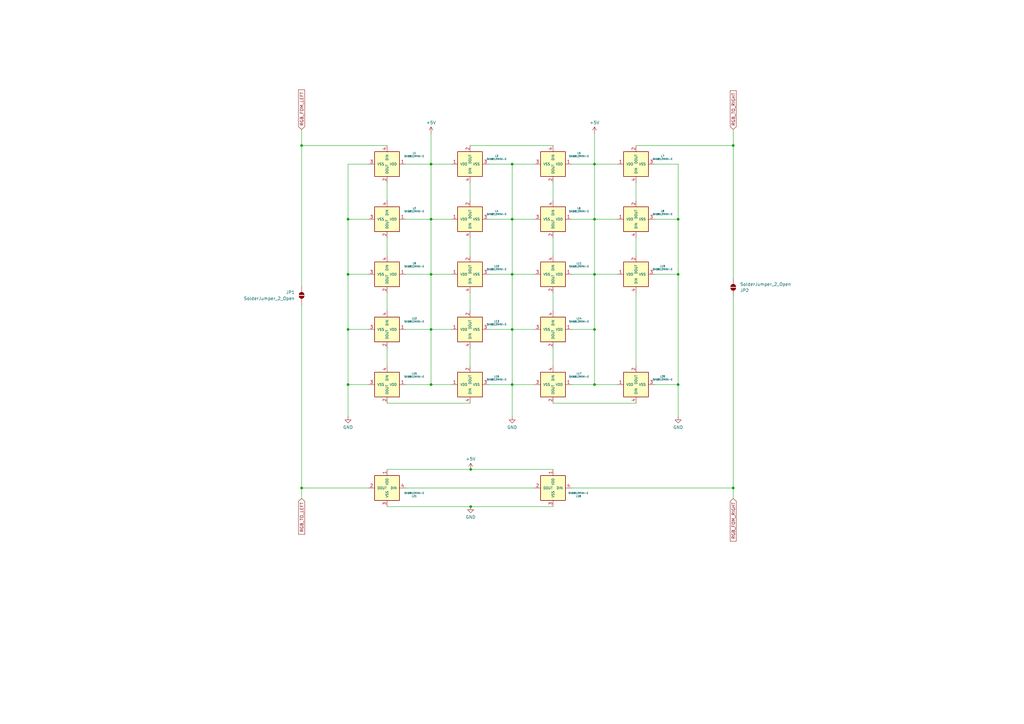
<source format=kicad_sch>
(kicad_sch (version 20250114) (generator "eeschema") (generator_version "9.0")
  (paper "A3")
  (lib_symbols
    (symbol "Jumper:SolderJumper_2_Open" (pin_numbers (hide yes)) (pin_names (offset 0) (hide yes)) (in_bom no)
      (property "Reference" "JP" (at 0 2.032 0))
      (property "Value" "SolderJumper_2_Open" (at 0 -2.54 0))
      (symbol "SolderJumper_2_Open_0_1"
        (polyline (pts (xy -0.254 1.016) (xy -0.254 -1.016)))
        (arc (start -0.254 -1.016) (mid -1.2656 0) (end -0.254 1.016))
        (arc (start -0.254 -1.016) (mid -1.2656 0) (end -0.254 1.016) (fill (type outline)))
        (arc (start 0.254 1.016) (mid 1.2656 0) (end 0.254 -1.016))
        (arc (start 0.254 1.016) (mid 1.2656 0) (end 0.254 -1.016) (fill (type outline)))
        (polyline (pts (xy 0.254 1.016) (xy 0.254 -1.016)))
      )
      (symbol "SolderJumper_2_Open_1_1"
        (pin passive line (at -3.81 0 0) (length 2.54) (name "A") (number "1"))
        (pin passive line (at 3.81 0 180) (length 2.54) (name "B") (number "2"))
      )
    )
    (symbol "TB2086_LED:SK6812MINI-E" (pin_names (offset 1.016))
      (property "Reference" "L" (at 2.54 -7.62 0))
      (property "Value" "SK6812MINI-E" (at 6.35 -6.35 0))
      (symbol "SK6812MINI-E_0_1"
        (rectangle (start -5.08 5.08) (end 5.08 -5.08) (stroke (width 0.254)) (fill (type background)))
      )
      (symbol "SK6812MINI-E_1_1"
        (pin input line (at -7.62 0 0) (length 2.54) (name "DIN") (number "4"))
        (pin power_in line (at 0 7.62 270) (length 2.54) (name "VDD") (number "1"))
        (pin power_in line (at 0 -7.62 90) (length 2.54) (name "VSS") (number "3"))
        (pin output line (at 7.62 0 180) (length 2.54) (name "DOUT") (number "2"))
      )
    )
    (symbol "power:+5V" (power) (pin_numbers (hide yes)) (pin_names (offset 0) (hide yes))
      (property "Value" "+5V" (at 0 3.556 0))
      (symbol "+5V_0_1"
        (polyline (pts (xy -0.762 1.27) (xy 0 2.54)))
        (polyline (pts (xy 0 2.54) (xy 0.762 1.27)))
        (polyline (pts (xy 0 0) (xy 0 2.54)))
      )
      (symbol "+5V_1_1"
        (pin power_in line (at 0 0 90) (length 0) (name "~") (number "1"))
      )
    )
    (symbol "power:GND" (power) (pin_numbers (hide yes)) (pin_names (offset 0) (hide yes))
      (property "Value" "GND" (at 0 -3.81 0))
      (symbol "GND_0_1"
        (polyline (pts (xy 0 0) (xy 0 -1.27) (xy 1.27 -1.27) (xy 0 -2.54) (xy -1.27 -1.27) (xy 0 -1.27)))
      )
      (symbol "GND_1_1"
        (pin power_in line (at 0 0 270) (length 0) (name "~") (number "1"))
      )
    )
  )
  (junction (at 210.058 67.31))
  (junction (at 142.748 135.128))
  (junction (at 142.748 157.734))
  (junction (at 142.748 112.522))
  (junction (at 142.748 89.916))
  (junction (at 210.058 89.916))
  (junction (at 300.736 59.69))
  (junction (at 176.784 135.128))
  (junction (at 176.784 112.522))
  (junction (at 243.84 67.31))
  (junction (at 278.13 112.522))
  (junction (at 176.784 157.734))
  (junction (at 210.058 135.128))
  (junction (at 123.698 59.69))
  (junction (at 176.784 67.31))
  (junction (at 210.058 157.734))
  (junction (at 243.84 89.916))
  (junction (at 193.04 192.532))
  (junction (at 300.736 200.152))
  (junction (at 243.84 135.128))
  (junction (at 278.13 157.734))
  (junction (at 243.84 157.734))
  (junction (at 123.698 200.152))
  (junction (at 243.84 112.522))
  (junction (at 193.04 207.772))
  (junction (at 278.13 89.916))
  (junction (at 210.058 112.522))
  (junction (at 176.784 89.916))
  (wire (pts (xy 176.784 67.31) (xy 185.166 67.31)))
  (wire (pts (xy 226.822 97.536) (xy 226.822 104.902)))
  (wire (pts (xy 243.84 54.61) (xy 243.84 67.31)))
  (wire (pts (xy 193.04 192.532) (xy 226.822 192.532)))
  (wire (pts (xy 243.84 135.128) (xy 243.84 157.734)))
  (wire (pts (xy 234.442 89.916) (xy 243.84 89.916)))
  (wire (pts (xy 176.784 135.128) (xy 185.166 135.128)))
  (wire (pts (xy 243.84 112.522) (xy 243.84 135.128)))
  (wire (pts (xy 268.478 67.31) (xy 278.13 67.31)))
  (wire (pts (xy 166.37 112.522) (xy 176.784 112.522)))
  (wire (pts (xy 200.406 67.31) (xy 210.058 67.31)))
  (wire (pts (xy 234.442 157.734) (xy 243.84 157.734)))
  (wire (pts (xy 260.858 97.536) (xy 260.858 104.902)))
  (wire (pts (xy 192.786 97.536) (xy 192.786 104.902)))
  (wire (pts (xy 142.748 170.942) (xy 142.748 157.734)))
  (wire (pts (xy 210.058 89.916) (xy 219.202 89.916)))
  (wire (pts (xy 260.858 74.93) (xy 260.858 82.296)))
  (wire (pts (xy 158.75 192.532) (xy 193.04 192.532)))
  (wire (pts (xy 123.698 59.69) (xy 123.698 117.348)))
  (wire (pts (xy 142.748 135.128) (xy 151.13 135.128)))
  (wire (pts (xy 210.058 89.916) (xy 210.058 112.522)))
  (wire (pts (xy 142.748 157.734) (xy 151.13 157.734)))
  (wire (pts (xy 260.858 59.69) (xy 300.736 59.69)))
  (wire (pts (xy 200.406 112.522) (xy 210.058 112.522)))
  (wire (pts (xy 158.75 165.354) (xy 192.786 165.354)))
  (wire (pts (xy 300.736 53.086) (xy 300.736 59.69)))
  (wire (pts (xy 192.786 120.142) (xy 192.786 127.508)))
  (wire (pts (xy 234.442 67.31) (xy 243.84 67.31)))
  (wire (pts (xy 243.84 112.522) (xy 253.238 112.522)))
  (wire (pts (xy 166.37 157.734) (xy 176.784 157.734)))
  (wire (pts (xy 260.858 120.142) (xy 260.858 150.114)))
  (wire (pts (xy 123.698 200.152) (xy 123.698 204.47)))
  (wire (pts (xy 192.786 74.93) (xy 192.786 82.296)))
  (wire (pts (xy 123.698 59.69) (xy 158.75 59.69)))
  (wire (pts (xy 192.786 142.748) (xy 192.786 150.114)))
  (wire (pts (xy 176.784 157.734) (xy 185.166 157.734)))
  (wire (pts (xy 278.13 112.522) (xy 278.13 157.734)))
  (wire (pts (xy 200.406 89.916) (xy 210.058 89.916)))
  (wire (pts (xy 158.75 74.93) (xy 158.75 82.296)))
  (wire (pts (xy 142.748 135.128) (xy 142.748 157.734)))
  (wire (pts (xy 123.698 53.086) (xy 123.698 59.69)))
  (wire (pts (xy 158.75 120.142) (xy 158.75 127.508)))
  (wire (pts (xy 243.84 89.916) (xy 253.238 89.916)))
  (wire (pts (xy 142.748 67.31) (xy 151.13 67.31)))
  (wire (pts (xy 166.37 135.128) (xy 176.784 135.128)))
  (wire (pts (xy 300.736 59.69) (xy 300.736 114.046)))
  (wire (pts (xy 176.784 135.128) (xy 176.784 157.734)))
  (wire (pts (xy 193.04 207.772) (xy 226.822 207.772)))
  (wire (pts (xy 176.784 54.61) (xy 176.784 67.31)))
  (wire (pts (xy 243.84 67.31) (xy 243.84 89.916)))
  (wire (pts (xy 234.442 200.152) (xy 300.736 200.152)))
  (wire (pts (xy 210.058 135.128) (xy 219.202 135.128)))
  (wire (pts (xy 176.784 89.916) (xy 185.166 89.916)))
  (wire (pts (xy 210.058 157.734) (xy 219.202 157.734)))
  (wire (pts (xy 123.698 124.968) (xy 123.698 200.152)))
  (wire (pts (xy 142.748 112.522) (xy 142.748 135.128)))
  (wire (pts (xy 226.822 74.93) (xy 226.822 82.296)))
  (wire (pts (xy 142.748 112.522) (xy 151.13 112.522)))
  (wire (pts (xy 210.058 135.128) (xy 210.058 157.734)))
  (wire (pts (xy 268.478 157.734) (xy 278.13 157.734)))
  (wire (pts (xy 158.75 97.536) (xy 158.75 104.902)))
  (wire (pts (xy 176.784 112.522) (xy 185.166 112.522)))
  (wire (pts (xy 192.786 59.69) (xy 226.822 59.69)))
  (wire (pts (xy 210.058 112.522) (xy 219.202 112.522)))
  (wire (pts (xy 243.84 89.916) (xy 243.84 112.522)))
  (wire (pts (xy 142.748 89.916) (xy 151.13 89.916)))
  (wire (pts (xy 278.13 67.31) (xy 278.13 89.916)))
  (wire (pts (xy 210.058 67.31) (xy 219.202 67.31)))
  (wire (pts (xy 166.37 89.916) (xy 176.784 89.916)))
  (wire (pts (xy 166.37 67.31) (xy 176.784 67.31)))
  (wire (pts (xy 158.75 142.748) (xy 158.75 150.114)))
  (wire (pts (xy 243.84 157.734) (xy 253.238 157.734)))
  (wire (pts (xy 226.822 120.142) (xy 226.822 127.508)))
  (wire (pts (xy 268.478 112.522) (xy 278.13 112.522)))
  (wire (pts (xy 142.748 89.916) (xy 142.748 112.522)))
  (wire (pts (xy 268.478 89.916) (xy 278.13 89.916)))
  (wire (pts (xy 210.058 67.31) (xy 210.058 89.916)))
  (wire (pts (xy 243.84 67.31) (xy 253.238 67.31)))
  (wire (pts (xy 234.442 135.128) (xy 243.84 135.128)))
  (wire (pts (xy 200.406 135.128) (xy 210.058 135.128)))
  (wire (pts (xy 278.13 89.916) (xy 278.13 112.522)))
  (wire (pts (xy 226.822 142.748) (xy 226.822 150.114)))
  (wire (pts (xy 226.822 165.354) (xy 260.858 165.354)))
  (wire (pts (xy 176.784 112.522) (xy 176.784 135.128)))
  (wire (pts (xy 176.784 67.31) (xy 176.784 89.916)))
  (wire (pts (xy 210.058 112.522) (xy 210.058 135.128)))
  (wire (pts (xy 142.748 67.31) (xy 142.748 89.916)))
  (wire (pts (xy 300.736 200.152) (xy 300.736 204.47)))
  (wire (pts (xy 210.058 170.942) (xy 210.058 157.734)))
  (wire (pts (xy 200.406 157.734) (xy 210.058 157.734)))
  (wire (pts (xy 166.37 200.152) (xy 219.202 200.152)))
  (wire (pts (xy 176.784 89.916) (xy 176.784 112.522)))
  (wire (pts (xy 123.698 200.152) (xy 151.13 200.152)))
  (wire (pts (xy 278.13 170.942) (xy 278.13 157.734)))
  (wire (pts (xy 300.736 121.666) (xy 300.736 200.152)))
  (wire (pts (xy 158.75 207.772) (xy 193.04 207.772)))
  (wire (pts (xy 234.442 112.522) (xy 243.84 112.522)))
  (global_label "RGB_TO_RIGHT" (shape input) (at 300.736 53.086 90) (property "Intersheetrefs" "${INTERSHEET_REFS}" (effects (hide yes))))
  (global_label "RGB_FOM_RIGHT" (shape input) (at 300.736 204.47 270) (property "Intersheetrefs" "${INTERSHEET_REFS}" (effects (hide yes))))
  (global_label "RGB_FOM_LEFT" (shape input) (at 123.698 53.086 90) (property "Intersheetrefs" "${INTERSHEET_REFS}" (effects (hide yes))))
  (global_label "RGB_TO_LEFT" (shape input) (at 123.698 204.47 270) (property "Intersheetrefs" "${INTERSHEET_REFS}" (effects (hide yes))))
  (symbol (lib_id "Jumper:SolderJumper_2_Open") (at 123.698 121.158 270) (mirror x) (unit 1) (in_bom no)
    (property "Reference" "JP1" (at 120.904 119.8879 90) (effects (justify right)))
    (property "Value" "SolderJumper_2_Open" (at 120.904 122.4279 90) (effects (justify right)))
    (property "Footprint" "TB2086_MISC:SolderJumper-2_P1.3mm_Open_TrianglePad1.0x1.5mm" (effects (hide yes)))
    (property "Description" "Solder Jumper, 2-pole, open" (effects (hide yes)))
  )
  (symbol (lib_id "TB2086_LED:SK6812MINI-E") (at 226.822 200.152 0) (mirror y) (unit 1)
    (property "Reference" "L18" (at 237.236 203.5001 0) (effects (font (size 0.7366 0.7366))))
    (property "Value" "SK6812MINI-E" (at 237.236 202.2301 0) (effects (font (size 0.7366 0.7366))))
    (property "Footprint" "TB2086_LED_G:LED_SK6812MINI-E" (effects (hide yes)))
    (property "Description" "Diode" (effects (hide yes)))
    (property "Sim.Device" "D" (effects (hide yes)))
    (property "Sim.Pins" "1=K 2=A" (effects (hide yes)))
    (property "LCSC" "C7420318" (effects (hide yes)))
  )
  (symbol (lib_id "TB2086_LED:SK6812MINI-E") (at 192.786 157.734 90) (unit 1)
    (property "Reference" "L16" (at 203.708 154.3859 90) (effects (font (size 0.7366 0.7366))))
    (property "Value" "SK6812MINI-E" (at 203.708 155.6559 90) (effects (font (size 0.7366 0.7366))))
    (property "Footprint" "TB2086_LED_G:LED_SK6812MINI-E" (effects (hide yes)))
    (property "Description" "Diode" (effects (hide yes)))
    (property "Sim.Device" "D" (effects (hide yes)))
    (property "Sim.Pins" "1=K 2=A" (effects (hide yes)))
    (property "LCSC" "C7420318" (effects (hide yes)))
  )
  (symbol (lib_id "TB2086_LED:SK6812MINI-E") (at 260.858 67.31 90) (unit 1)
    (property "Reference" "L7" (at 271.78 63.9619 90) (effects (font (size 0.7366 0.7366))))
    (property "Value" "SK6812MINI-E" (at 271.78 65.2319 90) (effects (font (size 0.7366 0.7366))))
    (property "Footprint" "TB2086_LED_G:LED_SK6812MINI-E" (effects (hide yes)))
    (property "Description" "Diode" (effects (hide yes)))
    (property "Sim.Device" "D" (effects (hide yes)))
    (property "Sim.Pins" "1=K 2=A" (effects (hide yes)))
    (property "LCSC" "C7420318" (effects (hide yes)))
  )
  (symbol (lib_id "TB2086_LED:SK6812MINI-E") (at 158.75 200.152 0) (mirror y) (unit 1)
    (property "Reference" "L21" (at 169.926 203.5001 0) (effects (font (size 0.7366 0.7366))))
    (property "Value" "SK6812MINI-E" (at 169.926 202.2301 0) (effects (font (size 0.7366 0.7366))))
    (property "Footprint" "TB2086_LED_G:LED_SK6812MINI-E" (effects (hide yes)))
    (property "Description" "Diode" (effects (hide yes)))
    (property "Sim.Device" "D" (effects (hide yes)))
    (property "Sim.Pins" "1=K 2=A" (effects (hide yes)))
    (property "LCSC" "C7420318" (effects (hide yes)))
  )
  (symbol (lib_id "power:GND") (at 193.04 207.772 0) (unit 1)
    (property "Reference" "#PWR07" (effects (hide yes)))
    (property "Value" "GND" (at 193.04 212.09 0))
    (property "Description" "Power symbol creates a global label with name \"GND\" , ground" (effects (hide yes)))
  )
  (symbol (lib_id "TB2086_LED:SK6812MINI-E") (at 260.858 112.522 90) (unit 1)
    (property "Reference" "L19" (at 271.78 109.1739 90) (effects (font (size 0.7366 0.7366))))
    (property "Value" "SK6812MINI-E" (at 271.78 110.4439 90) (effects (font (size 0.7366 0.7366))))
    (property "Footprint" "TB2086_LED_G:LED_SK6812MINI-E" (effects (hide yes)))
    (property "Description" "Diode" (effects (hide yes)))
    (property "Sim.Device" "D" (effects (hide yes)))
    (property "Sim.Pins" "1=K 2=A" (effects (hide yes)))
    (property "LCSC" "C7420318" (effects (hide yes)))
  )
  (symbol (lib_id "power:GND") (at 210.058 170.942 0) (unit 1)
    (property "Reference" "#PWR04" (effects (hide yes)))
    (property "Value" "GND" (at 210.058 175.26 0))
    (property "Description" "Power symbol creates a global label with name \"GND\" , ground" (effects (hide yes)))
  )
  (symbol (lib_id "TB2086_LED:SK6812MINI-E") (at 226.822 157.734 270) (unit 1)
    (property "Reference" "L17" (at 237.49 153.2189 90) (effects (font (size 0.7366 0.7366))))
    (property "Value" "SK6812MINI-E" (at 237.49 154.4889 90) (effects (font (size 0.7366 0.7366))))
    (property "Footprint" "TB2086_LED_G:LED_SK6812MINI-E" (effects (hide yes)))
    (property "Description" "Diode" (effects (hide yes)))
    (property "Sim.Device" "D" (effects (hide yes)))
    (property "Sim.Pins" "1=K 2=A" (effects (hide yes)))
    (property "LCSC" "C7420318" (effects (hide yes)))
  )
  (symbol (lib_id "TB2086_LED:SK6812MINI-E") (at 192.786 135.128 90) (unit 1)
    (property "Reference" "L13" (at 203.708 131.7799 90) (effects (font (size 0.7366 0.7366))))
    (property "Value" "SK6812MINI-E" (at 203.708 133.0499 90) (effects (font (size 0.7366 0.7366))))
    (property "Footprint" "TB2086_LED_G:LED_SK6812MINI-E" (effects (hide yes)))
    (property "Description" "Diode" (effects (hide yes)))
    (property "Sim.Device" "D" (effects (hide yes)))
    (property "Sim.Pins" "1=K 2=A" (effects (hide yes)))
    (property "LCSC" "C7420318" (effects (hide yes)))
  )
  (symbol (lib_id "power:GND") (at 278.13 170.942 0) (unit 1)
    (property "Reference" "#PWR06" (effects (hide yes)))
    (property "Value" "GND" (at 278.13 175.26 0))
    (property "Description" "Power symbol creates a global label with name \"GND\" , ground" (effects (hide yes)))
  )
  (symbol (lib_id "TB2086_LED:SK6812MINI-E") (at 158.75 67.31 270) (unit 1)
    (property "Reference" "L1" (at 169.926 62.7949 90) (effects (font (size 0.7366 0.7366))))
    (property "Value" "SK6812MINI-E" (at 169.926 64.0649 90) (effects (font (size 0.7366 0.7366))))
    (property "Footprint" "TB2086_LED_G:LED_SK6812MINI-E" (effects (hide yes)))
    (property "Description" "Diode" (effects (hide yes)))
    (property "Sim.Device" "D" (effects (hide yes)))
    (property "Sim.Pins" "1=K 2=A" (effects (hide yes)))
    (property "LCSC" "C7420318" (effects (hide yes)))
  )
  (symbol (lib_id "TB2086_LED:SK6812MINI-E") (at 192.786 112.522 90) (unit 1)
    (property "Reference" "L10" (at 203.708 109.1739 90) (effects (font (size 0.7366 0.7366))))
    (property "Value" "SK6812MINI-E" (at 203.708 110.4439 90) (effects (font (size 0.7366 0.7366))))
    (property "Footprint" "TB2086_LED_G:LED_SK6812MINI-E" (effects (hide yes)))
    (property "Description" "Diode" (effects (hide yes)))
    (property "Sim.Device" "D" (effects (hide yes)))
    (property "Sim.Pins" "1=K 2=A" (effects (hide yes)))
    (property "LCSC" "C7420318" (effects (hide yes)))
  )
  (symbol (lib_id "TB2086_LED:SK6812MINI-E") (at 226.822 89.916 270) (unit 1)
    (property "Reference" "L6" (at 237.49 85.4009 90) (effects (font (size 0.7366 0.7366))))
    (property "Value" "SK6812MINI-E" (at 237.49 86.6709 90) (effects (font (size 0.7366 0.7366))))
    (property "Footprint" "TB2086_LED_G:LED_SK6812MINI-E" (effects (hide yes)))
    (property "Description" "Diode" (effects (hide yes)))
    (property "Sim.Device" "D" (effects (hide yes)))
    (property "Sim.Pins" "1=K 2=A" (effects (hide yes)))
    (property "LCSC" "C7420318" (effects (hide yes)))
  )
  (symbol (lib_id "TB2086_LED:SK6812MINI-E") (at 158.75 89.916 270) (unit 1)
    (property "Reference" "L2" (at 169.926 85.4009 90) (effects (font (size 0.7366 0.7366))))
    (property "Value" "SK6812MINI-E" (at 169.926 86.6709 90) (effects (font (size 0.7366 0.7366))))
    (property "Footprint" "TB2086_LED_G:LED_SK6812MINI-E" (effects (hide yes)))
    (property "Description" "Diode" (effects (hide yes)))
    (property "Sim.Device" "D" (effects (hide yes)))
    (property "Sim.Pins" "1=K 2=A" (effects (hide yes)))
    (property "LCSC" "C7420318" (effects (hide yes)))
  )
  (symbol (lib_id "TB2086_LED:SK6812MINI-E") (at 192.786 67.31 90) (unit 1)
    (property "Reference" "L3" (at 203.708 63.9619 90) (effects (font (size 0.7366 0.7366))))
    (property "Value" "SK6812MINI-E" (at 203.708 65.2319 90) (effects (font (size 0.7366 0.7366))))
    (property "Footprint" "TB2086_LED_G:LED_SK6812MINI-E" (effects (hide yes)))
    (property "Description" "Diode" (effects (hide yes)))
    (property "Sim.Device" "D" (effects (hide yes)))
    (property "Sim.Pins" "1=K 2=A" (effects (hide yes)))
    (property "LCSC" "C7420318" (effects (hide yes)))
  )
  (symbol (lib_id "power:+5V") (at 243.84 54.61 0) (unit 1)
    (property "Reference" "#PWR05" (effects (hide yes)))
    (property "Value" "+5V" (at 243.84 50.292 0))
    (property "Description" "Power symbol creates a global label with name \"+5V\"" (effects (hide yes)))
  )
  (symbol (lib_id "power:+5V") (at 193.04 192.532 0) (unit 1)
    (property "Reference" "#PWR08" (effects (hide yes)))
    (property "Value" "+5V" (at 193.04 188.214 0))
    (property "Description" "Power symbol creates a global label with name \"+5V\"" (effects (hide yes)))
  )
  (symbol (lib_id "TB2086_LED:SK6812MINI-E") (at 260.858 89.916 90) (unit 1)
    (property "Reference" "L8" (at 271.78 86.5679 90) (effects (font (size 0.7366 0.7366))))
    (property "Value" "SK6812MINI-E" (at 271.78 87.8379 90) (effects (font (size 0.7366 0.7366))))
    (property "Footprint" "TB2086_LED_G:LED_SK6812MINI-E" (effects (hide yes)))
    (property "Description" "Diode" (effects (hide yes)))
    (property "Sim.Device" "D" (effects (hide yes)))
    (property "Sim.Pins" "1=K 2=A" (effects (hide yes)))
    (property "LCSC" "C7420318" (effects (hide yes)))
  )
  (symbol (lib_id "TB2086_LED:SK6812MINI-E") (at 226.822 67.31 270) (unit 1)
    (property "Reference" "L5" (at 237.49 62.7949 90) (effects (font (size 0.7366 0.7366))))
    (property "Value" "SK6812MINI-E" (at 237.49 64.0649 90) (effects (font (size 0.7366 0.7366))))
    (property "Footprint" "TB2086_LED_G:LED_SK6812MINI-E" (effects (hide yes)))
    (property "Description" "Diode" (effects (hide yes)))
    (property "Sim.Device" "D" (effects (hide yes)))
    (property "Sim.Pins" "1=K 2=A" (effects (hide yes)))
    (property "LCSC" "C7420318" (effects (hide yes)))
  )
  (symbol (lib_id "Jumper:SolderJumper_2_Open") (at 300.736 117.856 90) (mirror x) (unit 1) (in_bom no)
    (property "Reference" "JP2" (at 303.53 119.1261 90) (effects (justify right)))
    (property "Value" "SolderJumper_2_Open" (at 303.53 116.5861 90) (effects (justify right)))
    (property "Footprint" "TB2086_MISC:SolderJumper-2_P1.3mm_Open_TrianglePad1.0x1.5mm" (effects (hide yes)))
    (property "Description" "Solder Jumper, 2-pole, open" (effects (hide yes)))
  )
  (symbol (lib_id "TB2086_LED:SK6812MINI-E") (at 226.822 135.128 270) (unit 1)
    (property "Reference" "L14" (at 237.49 130.6129 90) (effects (font (size 0.7366 0.7366))))
    (property "Value" "SK6812MINI-E" (at 237.49 131.8829 90) (effects (font (size 0.7366 0.7366))))
    (property "Footprint" "TB2086_LED_G:LED_SK6812MINI-E" (effects (hide yes)))
    (property "Description" "Diode" (effects (hide yes)))
    (property "Sim.Device" "D" (effects (hide yes)))
    (property "Sim.Pins" "1=K 2=A" (effects (hide yes)))
    (property "LCSC" "C7420318" (effects (hide yes)))
  )
  (symbol (lib_id "TB2086_LED:SK6812MINI-E") (at 158.75 135.128 270) (unit 1)
    (property "Reference" "L12" (at 169.926 130.6129 90) (effects (font (size 0.7366 0.7366))))
    (property "Value" "SK6812MINI-E" (at 169.926 131.8829 90) (effects (font (size 0.7366 0.7366))))
    (property "Footprint" "TB2086_LED_G:LED_SK6812MINI-E" (effects (hide yes)))
    (property "Description" "Diode" (effects (hide yes)))
    (property "Sim.Device" "D" (effects (hide yes)))
    (property "Sim.Pins" "1=K 2=A" (effects (hide yes)))
    (property "LCSC" "C7420318" (effects (hide yes)))
  )
  (symbol (lib_id "TB2086_LED:SK6812MINI-E") (at 260.858 157.734 90) (unit 1)
    (property "Reference" "L20" (at 271.78 154.3859 90) (effects (font (size 0.7366 0.7366))))
    (property "Value" "SK6812MINI-E" (at 271.78 155.6559 90) (effects (font (size 0.7366 0.7366))))
    (property "Footprint" "TB2086_LED_G:LED_SK6812MINI-E" (effects (hide yes)))
    (property "Description" "Diode" (effects (hide yes)))
    (property "Sim.Device" "D" (effects (hide yes)))
    (property "Sim.Pins" "1=K 2=A" (effects (hide yes)))
    (property "LCSC" "C7420318" (effects (hide yes)))
  )
  (symbol (lib_id "power:+5V") (at 176.784 54.61 0) (unit 1)
    (property "Reference" "#PWR02" (effects (hide yes)))
    (property "Value" "+5V" (at 176.784 50.292 0))
    (property "Description" "Power symbol creates a global label with name \"+5V\"" (effects (hide yes)))
  )
  (symbol (lib_id "TB2086_LED:SK6812MINI-E") (at 158.75 157.734 270) (unit 1)
    (property "Reference" "L15" (at 169.926 153.2189 90) (effects (font (size 0.7366 0.7366))))
    (property "Value" "SK6812MINI-E" (at 169.926 154.4889 90) (effects (font (size 0.7366 0.7366))))
    (property "Footprint" "TB2086_LED_G:LED_SK6812MINI-E" (effects (hide yes)))
    (property "Description" "Diode" (effects (hide yes)))
    (property "Sim.Device" "D" (effects (hide yes)))
    (property "Sim.Pins" "1=K 2=A" (effects (hide yes)))
    (property "LCSC" "C7420318" (effects (hide yes)))
  )
  (symbol (lib_id "power:GND") (at 142.748 170.942 0) (unit 1)
    (property "Reference" "#PWR03" (effects (hide yes)))
    (property "Value" "GND" (at 142.748 175.26 0))
    (property "Description" "Power symbol creates a global label with name \"GND\" , ground" (effects (hide yes)))
  )
  (symbol (lib_id "TB2086_LED:SK6812MINI-E") (at 192.786 89.916 90) (unit 1)
    (property "Reference" "L4" (at 203.708 86.5679 90) (effects (font (size 0.7366 0.7366))))
    (property "Value" "SK6812MINI-E" (at 203.708 87.8379 90) (effects (font (size 0.7366 0.7366))))
    (property "Footprint" "TB2086_LED_G:LED_SK6812MINI-E" (effects (hide yes)))
    (property "Description" "Diode" (effects (hide yes)))
    (property "Sim.Device" "D" (effects (hide yes)))
    (property "Sim.Pins" "1=K 2=A" (effects (hide yes)))
    (property "LCSC" "C7420318" (effects (hide yes)))
  )
  (symbol (lib_id "TB2086_LED:SK6812MINI-E") (at 226.822 112.522 270) (unit 1)
    (property "Reference" "L11" (at 237.49 108.0069 90) (effects (font (size 0.7366 0.7366))))
    (property "Value" "SK6812MINI-E" (at 237.49 109.2769 90) (effects (font (size 0.7366 0.7366))))
    (property "Footprint" "TB2086_LED_G:LED_SK6812MINI-E" (effects (hide yes)))
    (property "Description" "Diode" (effects (hide yes)))
    (property "Sim.Device" "D" (effects (hide yes)))
    (property "Sim.Pins" "1=K 2=A" (effects (hide yes)))
    (property "LCSC" "C7420318" (effects (hide yes)))
  )
  (symbol (lib_id "TB2086_LED:SK6812MINI-E") (at 158.75 112.522 270) (unit 1)
    (property "Reference" "L9" (at 169.926 108.0069 90) (effects (font (size 0.7366 0.7366))))
    (property "Value" "SK6812MINI-E" (at 169.926 109.2769 90) (effects (font (size 0.7366 0.7366))))
    (property "Footprint" "TB2086_LED_G:LED_SK6812MINI-E" (effects (hide yes)))
    (property "Description" "Diode" (effects (hide yes)))
    (property "Sim.Device" "D" (effects (hide yes)))
    (property "Sim.Pins" "1=K 2=A" (effects (hide yes)))
    (property "LCSC" "C7420318" (effects (hide yes)))
  )
)
</source>
